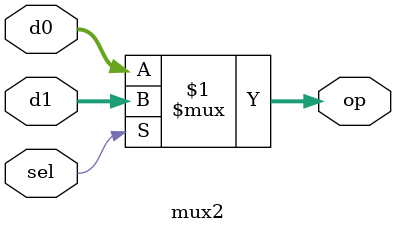
<source format=v>
module mux2(
    input      [31:0] d0, d1,
    input              sel,
    output [31:0] op
);

assign op=sel?d1:d0;

endmodule
</source>
